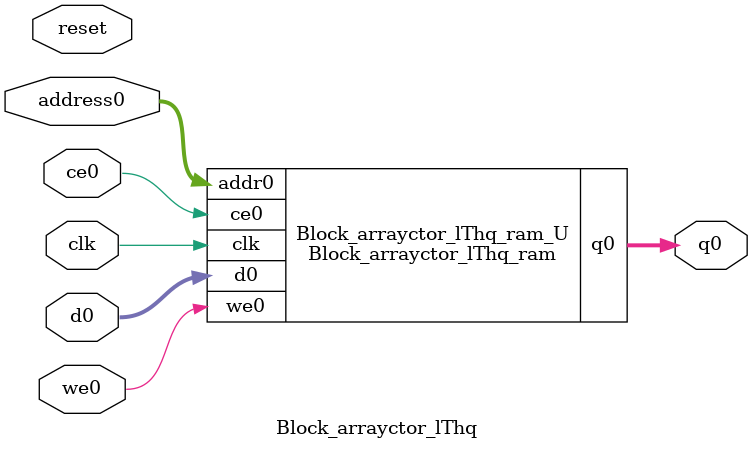
<source format=v>
`timescale 1 ns / 1 ps
module Block_arrayctor_lThq_ram (addr0, ce0, d0, we0, q0,  clk);

parameter DWIDTH = 5;
parameter AWIDTH = 12;
parameter MEM_SIZE = 3444;

input[AWIDTH-1:0] addr0;
input ce0;
input[DWIDTH-1:0] d0;
input we0;
output reg[DWIDTH-1:0] q0;
input clk;

(* ram_style = "block" *)reg [DWIDTH-1:0] ram[0:MEM_SIZE-1];




always @(posedge clk)  
begin 
    if (ce0) begin
        if (we0) 
            ram[addr0] <= d0; 
        q0 <= ram[addr0];
    end
end


endmodule

`timescale 1 ns / 1 ps
module Block_arrayctor_lThq(
    reset,
    clk,
    address0,
    ce0,
    we0,
    d0,
    q0);

parameter DataWidth = 32'd5;
parameter AddressRange = 32'd3444;
parameter AddressWidth = 32'd12;
input reset;
input clk;
input[AddressWidth - 1:0] address0;
input ce0;
input we0;
input[DataWidth - 1:0] d0;
output[DataWidth - 1:0] q0;



Block_arrayctor_lThq_ram Block_arrayctor_lThq_ram_U(
    .clk( clk ),
    .addr0( address0 ),
    .ce0( ce0 ),
    .we0( we0 ),
    .d0( d0 ),
    .q0( q0 ));

endmodule


</source>
